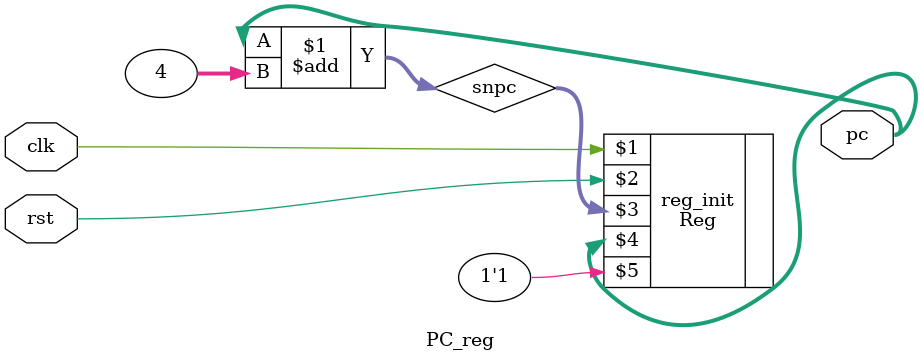
<source format=v>
module PC_reg (
	input clk,
	input rst,
	output [31:0] pc
);

wire [31:0] snpc;

assign snpc = pc + 4;
Reg #(32, 32'h80000000) reg_init(clk, rst, snpc,  pc, 1'b1);

endmodule

</source>
